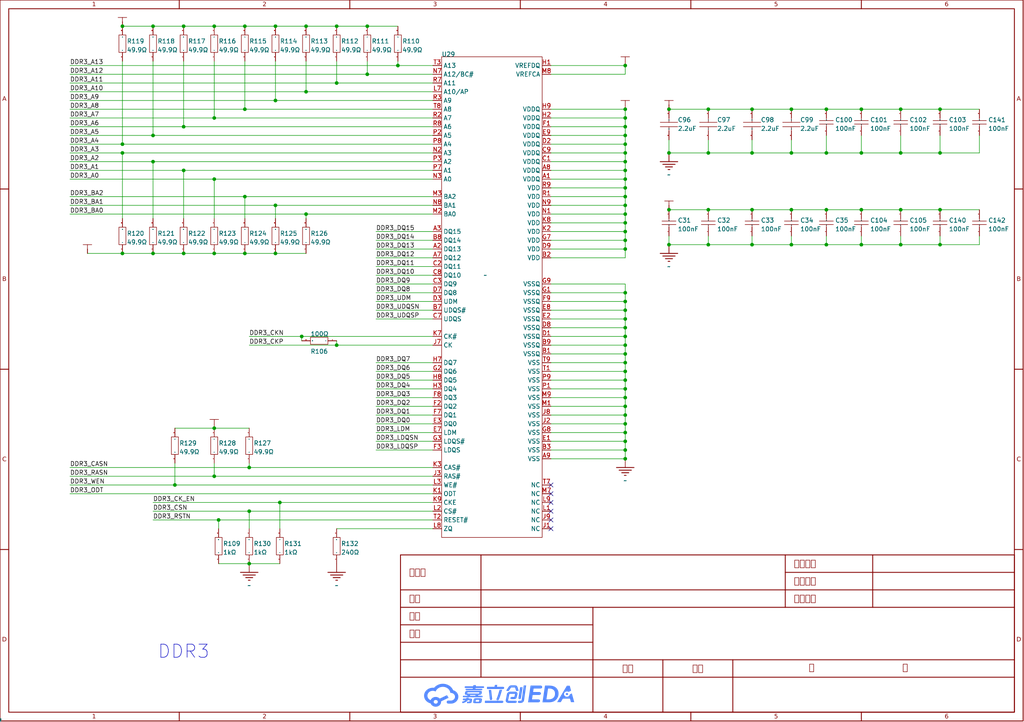
<source format=kicad_sch>
(kicad_sch (version 20250114) (generator "eeschema") (generator_version "9.0")
  (paper "User" 297.434 209.804)
  (lib_symbols
    (symbol "Library:0402WGF1000TCE"
      (property "Reference" "R" (at 0 0 0))
      (symbol "0402WGF1000TCE_1_0"
        (pin input line (at -5.08 0 0) (length 2.54) (name "1") (number "1"))
        (pin input line (at 5.08 0 180) (length 2.54) (name "2") (number "2"))
      )
    )
    (symbol "Library:0402WGF1001TCE"
      (property "Reference" "R" (at 0 0 0))
      (symbol "0402WGF1001TCE_1_0"
        (pin input line (at -5.08 0 0) (length 2.54) (name "1") (number "1"))
        (pin input line (at 5.08 0 180) (length 2.54) (name "2") (number "2"))
      )
    )
    (symbol "Library:0402WGF2400TCE"
      (property "Reference" "R" (at 0 0 0))
      (symbol "0402WGF2400TCE_1_0"
        (pin input line (at -5.08 0 0) (length 2.54) (name "1") (number "1"))
        (pin input line (at 5.08 0 180) (length 2.54) (name "2") (number "2"))
      )
    )
    (symbol "Library:0402WGF499JTCE"
      (property "Reference" "R" (at 0 0 0))
      (symbol "0402WGF499JTCE_1_0"
        (pin input line (at -5.08 0 0) (length 2.54) (name "1") (number "1"))
        (pin input line (at 5.08 0 180) (length 2.54) (name "2") (number "2"))
      )
    )
    (symbol "Library:CL05A225MQ5NSNC"
      (property "Reference" "C" (at 0 0 0))
      (symbol "CL05A225MQ5NSNC_1_0"
        (pin input line (at -5.08 0 0) (length 2.54) (name "1") (number "1"))
        (pin input line (at 3.81 0 180) (length 2.54) (name "2") (number "2"))
      )
    )
    (symbol "Library:CL05B104KO5NNNC"
      (property "Reference" "C" (at 0 0 0))
      (symbol "CL05B104KO5NNNC_1_0"
        (pin input line (at -3.81 0 0) (length 2.54) (name "1") (number "1"))
        (pin input line (at 3.81 0 180) (length 2.54) (name "2") (number "2"))
      )
    )
    (symbol "Library:Ground-GND" (power) (pin_numbers (hide yes)) (pin_names (hide yes))
      (symbol "Ground-GND_1_0"
        (pin power_in line (at 0 0 270) (length 2.54) (name "") (number "1"))
      )
    )
    (symbol "Library:MT41J128M16JT-125-K"
      (symbol "MT41J128M16JT-125-K_1_0"
        (pin unspecified line (at -15.24 60.96 0) (length 2.54) (name "A13") (number "T3"))
        (pin unspecified line (at -15.24 58.42 0) (length 2.54) (name "A12/BC#") (number "N7"))
        (pin unspecified line (at -15.24 55.88 0) (length 2.54) (name "A11") (number "R7"))
        (pin unspecified line (at -15.24 53.34 0) (length 2.54) (name "A10/AP") (number "L7"))
        (pin unspecified line (at -15.24 50.8 0) (length 2.54) (name "A9") (number "R3"))
        (pin unspecified line (at -15.24 48.26 0) (length 2.54) (name "A8") (number "T8"))
        (pin unspecified line (at -15.24 45.72 0) (length 2.54) (name "A7") (number "R2"))
        (pin unspecified line (at -15.24 43.18 0) (length 2.54) (name "A6") (number "R8"))
        (pin unspecified line (at -15.24 40.64 0) (length 2.54) (name "A5") (number "P2"))
        (pin unspecified line (at -15.24 38.1 0) (length 2.54) (name "A4") (number "P8"))
        (pin unspecified line (at -15.24 35.56 0) (length 2.54) (name "A3") (number "N2"))
        (pin unspecified line (at -15.24 33.02 0) (length 2.54) (name "A2") (number "P3"))
        (pin unspecified line (at -15.24 30.48 0) (length 2.54) (name "A1") (number "P7"))
        (pin unspecified line (at -15.24 27.94 0) (length 2.54) (name "A0") (number "N3"))
        (pin unspecified line (at -15.24 22.86 0) (length 2.54) (name "BA2") (number "M3"))
        (pin unspecified line (at -15.24 20.32 0) (length 2.54) (name "BA1") (number "N8"))
        (pin unspecified line (at -15.24 17.78 0) (length 2.54) (name "BA0") (number "M2"))
        (pin unspecified line (at -15.24 12.7 0) (length 2.54) (name "DQ15") (number "A3"))
        (pin unspecified line (at -15.24 10.16 0) (length 2.54) (name "DQ14") (number "B8"))
        (pin unspecified line (at -15.24 7.62 0) (length 2.54) (name "DQ13") (number "A2"))
        (pin unspecified line (at -15.24 5.08 0) (length 2.54) (name "DQ12") (number "A7"))
        (pin unspecified line (at -15.24 2.54 0) (length 2.54) (name "DQ11") (number "C2"))
        (pin unspecified line (at -15.24 0 0) (length 2.54) (name "DQ10") (number "C8"))
        (pin unspecified line (at -15.24 -2.54 0) (length 2.54) (name "DQ9") (number "C3"))
        (pin unspecified line (at -15.24 -5.08 0) (length 2.54) (name "DQ8") (number "D7"))
        (pin unspecified line (at -15.24 -7.62 0) (length 2.54) (name "UDM") (number "D3"))
        (pin unspecified line (at -15.24 -10.16 0) (length 2.54) (name "UDQS#") (number "B7"))
        (pin unspecified line (at -15.24 -12.7 0) (length 2.54) (name "UDQS") (number "C7"))
        (pin unspecified line (at -15.24 -17.78 0) (length 2.54) (name "CK#") (number "K7"))
        (pin unspecified line (at -15.24 -20.32 0) (length 2.54) (name "CK") (number "J7"))
        (pin unspecified line (at -15.24 -25.4 0) (length 2.54) (name "DQ7") (number "H7"))
        (pin unspecified line (at -15.24 -27.94 0) (length 2.54) (name "DQ6") (number "G2"))
        (pin unspecified line (at -15.24 -30.48 0) (length 2.54) (name "DQ5") (number "H8"))
        (pin unspecified line (at -15.24 -33.02 0) (length 2.54) (name "DQ4") (number "H3"))
        (pin unspecified line (at -15.24 -35.56 0) (length 2.54) (name "DQ3") (number "F8"))
        (pin unspecified line (at -15.24 -38.1 0) (length 2.54) (name "DQ2") (number "F2"))
        (pin unspecified line (at -15.24 -40.64 0) (length 2.54) (name "DQ1") (number "F7"))
        (pin unspecified line (at -15.24 -43.18 0) (length 2.54) (name "DQ0") (number "E3"))
        (pin unspecified line (at -15.24 -45.72 0) (length 2.54) (name "LDM") (number "E7"))
        (pin unspecified line (at -15.24 -48.26 0) (length 2.54) (name "LDQS#") (number "G3"))
        (pin unspecified line (at -15.24 -50.8 0) (length 2.54) (name "LDQS") (number "F3"))
        (pin unspecified line (at -15.24 -55.88 0) (length 2.54) (name "CAS#") (number "K3"))
        (pin unspecified line (at -15.24 -58.42 0) (length 2.54) (name "RAS#") (number "J3"))
        (pin unspecified line (at -15.24 -60.96 0) (length 2.54) (name "WE#") (number "L3"))
        (pin unspecified line (at -15.24 -63.5 0) (length 2.54) (name "ODT") (number "K1"))
        (pin unspecified line (at -15.24 -66.04 0) (length 2.54) (name "CKE") (number "K9"))
        (pin unspecified line (at -15.24 -68.58 0) (length 2.54) (name "CS#") (number "L2"))
        (pin unspecified line (at -15.24 -71.12 0) (length 2.54) (name "RESET#") (number "T2"))
        (pin unspecified line (at -15.24 -73.66 0) (length 2.54) (name "ZQ") (number "L8"))
        (pin unspecified line (at 19.05 60.96 180) (length 2.54) (name "VREFDQ") (number "H1"))
        (pin unspecified line (at 19.05 58.42 180) (length 2.54) (name "VREFCA") (number "M8"))
        (pin unspecified line (at 19.05 48.26 180) (length 2.54) (name "VDDQ") (number "H9"))
        (pin unspecified line (at 19.05 45.72 180) (length 2.54) (name "VDDQ") (number "H2"))
        (pin unspecified line (at 19.05 43.18 180) (length 2.54) (name "VDDQ") (number "F1"))
        (pin unspecified line (at 19.05 40.64 180) (length 2.54) (name "VDDQ") (number "E9"))
        (pin unspecified line (at 19.05 38.1 180) (length 2.54) (name "VDDQ") (number "D2"))
        (pin unspecified line (at 19.05 35.56 180) (length 2.54) (name "VDDQ") (number "C9"))
        (pin unspecified line (at 19.05 33.02 180) (length 2.54) (name "VDDQ") (number "C1"))
        (pin unspecified line (at 19.05 30.48 180) (length 2.54) (name "VDDQ") (number "A8"))
        (pin unspecified line (at 19.05 27.94 180) (length 2.54) (name "VDDQ") (number "A1"))
        (pin unspecified line (at 19.05 25.4 180) (length 2.54) (name "VDD") (number "R9"))
        (pin unspecified line (at 19.05 22.86 180) (length 2.54) (name "VDD") (number "R1"))
        (pin unspecified line (at 19.05 20.32 180) (length 2.54) (name "VDD") (number "N9"))
        (pin unspecified line (at 19.05 17.78 180) (length 2.54) (name "VDD") (number "N1"))
        (pin unspecified line (at 19.05 15.24 180) (length 2.54) (name "VDD") (number "K8"))
        (pin unspecified line (at 19.05 12.7 180) (length 2.54) (name "VDD") (number "K2"))
        (pin unspecified line (at 19.05 10.16 180) (length 2.54) (name "VDD") (number "G7"))
        (pin unspecified line (at 19.05 7.62 180) (length 2.54) (name "VDD") (number "D9"))
        (pin unspecified line (at 19.05 5.08 180) (length 2.54) (name "VDD") (number "B2"))
        (pin unspecified line (at 19.05 -2.54 180) (length 2.54) (name "VSSQ") (number "G9"))
        (pin unspecified line (at 19.05 -5.08 180) (length 2.54) (name "VSSQ") (number "G1"))
        (pin unspecified line (at 19.05 -7.62 180) (length 2.54) (name "VSSQ") (number "F9"))
        (pin unspecified line (at 19.05 -10.16 180) (length 2.54) (name "VSSQ") (number "E8"))
        (pin unspecified line (at 19.05 -12.7 180) (length 2.54) (name "VSSQ") (number "E2"))
        (pin unspecified line (at 19.05 -15.24 180) (length 2.54) (name "VSSQ") (number "D8"))
        (pin unspecified line (at 19.05 -17.78 180) (length 2.54) (name "VSSQ") (number "D1"))
        (pin unspecified line (at 19.05 -20.32 180) (length 2.54) (name "VSSQ") (number "B9"))
        (pin unspecified line (at 19.05 -22.86 180) (length 2.54) (name "VSSQ") (number "B1"))
        (pin unspecified line (at 19.05 -25.4 180) (length 2.54) (name "VSS") (number "T9"))
        (pin unspecified line (at 19.05 -27.94 180) (length 2.54) (name "VSS") (number "T1"))
        (pin unspecified line (at 19.05 -30.48 180) (length 2.54) (name "VSS") (number "P9"))
        (pin unspecified line (at 19.05 -33.02 180) (length 2.54) (name "VSS") (number "P1"))
        (pin unspecified line (at 19.05 -35.56 180) (length 2.54) (name "VSS") (number "M9"))
        (pin unspecified line (at 19.05 -38.1 180) (length 2.54) (name "VSS") (number "M1"))
        (pin unspecified line (at 19.05 -40.64 180) (length 2.54) (name "VSS") (number "J8"))
        (pin unspecified line (at 19.05 -43.18 180) (length 2.54) (name "VSS") (number "J2"))
        (pin unspecified line (at 19.05 -45.72 180) (length 2.54) (name "VSS") (number "G8"))
        (pin unspecified line (at 19.05 -48.26 180) (length 2.54) (name "VSS") (number "E1"))
        (pin unspecified line (at 19.05 -50.8 180) (length 2.54) (name "VSS") (number "B3"))
        (pin unspecified line (at 19.05 -53.34 180) (length 2.54) (name "VSS") (number "A9"))
        (pin unspecified line (at 19.05 -60.96 180) (length 2.54) (name "NC") (number "T7"))
        (pin unspecified line (at 19.05 -63.5 180) (length 2.54) (name "NC") (number "M7"))
        (pin unspecified line (at 19.05 -66.04 180) (length 2.54) (name "NC") (number "L9"))
        (pin unspecified line (at 19.05 -68.58 180) (length 2.54) (name "NC") (number "L1"))
        (pin unspecified line (at 19.05 -71.12 180) (length 2.54) (name "NC") (number "J9"))
        (pin unspecified line (at 19.05 -73.66 180) (length 2.54) (name "NC") (number "J1"))
      )
    )
    (symbol "Library:Power-VCC" (power) (pin_numbers (hide yes)) (pin_names (hide yes))
      (symbol "Power-VCC_1_0"
        (pin power_in line (at 0 0 90) (length 1.27) (name "+5V_IN") (number "1"))
      )
    )
    (symbol "Library:Sheet-Symbol_A4"
      (symbol "Sheet-Symbol_A4_1_0"
        (text "A" (at 1.27 180.7972 0) (effects (font (size 1.27 1.27))))
        (text "B" (at 1.27 128.4224 0) (effects (font (size 1.27 1.27))))
        (text "C" (at 1.27 76.0222 0) (effects (font (size 1.27 1.27))))
        (text "D" (at 1.27 23.6474 0) (effects (font (size 1.27 1.27))))
        (text "1" (at 27.305 208.28 0) (effects (font (size 1.27 1.27))))
        (text "1" (at 27.305 1.27 0) (effects (font (size 1.27 1.27))))
        (text "2" (at 76.835 208.28 0) (effects (font (size 1.27 1.27))))
        (text "2" (at 76.835 1.27 0) (effects (font (size 1.27 1.27))))
        (text "原理图" (at 118.872 43.18 0) (effects (font (size 1.905 1.905)) (justify left)))
        (text "图页" (at 118.872 35.56 0) (effects (font (size 1.905 1.905)) (justify left)))
        (text "绘制" (at 118.872 30.48 0) (effects (font (size 1.905 1.905)) (justify left)))
        (text "审阅" (at 118.872 25.4 0) (effects (font (size 1.905 1.905)) (justify left)))
        (text "3" (at 126.365 208.28 0) (effects (font (size 1.27 1.27))))
        (text "3" (at 126.365 1.27 0) (effects (font (size 1.27 1.27))))
        (text "4" (at 175.895 208.28 0) (effects (font (size 1.27 1.27))))
        (text "4" (at 175.895 1.27 0) (effects (font (size 1.27 1.27))))
        (text "版本" (at 182.372 15.24 0) (effects (font (size 1.905 1.905))))
        (text "尺寸" (at 202.692 15.24 0) (effects (font (size 1.905 1.905))))
        (text "5" (at 225.425 208.28 0) (effects (font (size 1.27 1.27))))
        (text "5" (at 225.425 1.27 0) (effects (font (size 1.27 1.27))))
        (text "更新日期" (at 230.632 45.72 0) (effects (font (size 1.905 1.905)) (justify left)))
        (text "创建日期" (at 230.632 40.64 0) (effects (font (size 1.905 1.905)) (justify left)))
        (text "物料编码" (at 230.632 35.56 0) (effects (font (size 1.905 1.905)) (justify left)))
        (text "页" (at 234.95 15.494 0) (effects (font (size 1.905 1.905)) (justify left)))
        (text "共" (at 262.128 15.494 0) (effects (font (size 1.905 1.905)) (justify left)))
        (text "6" (at 274.955 208.28 0) (effects (font (size 1.27 1.27))))
        (text "6" (at 274.955 1.27 0) (effects (font (size 1.27 1.27))))
        (text "A" (at 295.91 180.7972 0) (effects (font (size 1.27 1.27))))
        (text "B" (at 295.91 128.4224 0) (effects (font (size 1.27 1.27))))
        (text "C" (at 295.91 76.0222 0) (effects (font (size 1.27 1.27))))
        (text "D" (at 295.91 23.6474 0) (effects (font (size 1.27 1.27))))
      )
    )
  )
  (text "DDR3" (at 45.72 191.77 0) (effects (font (size 3.81 3.81)) (justify left bottom)))
  (junction (at 62.23 73.66))
  (junction (at 72.39 135.89))
  (junction (at 181.61 113.03))
  (junction (at 71.12 31.75))
  (junction (at 181.61 31.75))
  (junction (at 181.61 130.81))
  (junction (at 261.62 60.96))
  (junction (at 181.61 85.09))
  (junction (at 181.61 120.65))
  (junction (at 35.56 7.62))
  (junction (at 229.87 60.96))
  (junction (at 181.61 67.31))
  (junction (at 218.44 31.75))
  (junction (at 53.34 7.62))
  (junction (at 261.62 31.75))
  (junction (at 194.31 60.96))
  (junction (at 181.61 100.33))
  (junction (at 181.61 59.69))
  (junction (at 261.62 44.45))
  (junction (at 80.01 7.62))
  (junction (at 115.57 19.05))
  (junction (at 240.03 44.45))
  (junction (at 181.61 44.45))
  (junction (at 181.61 128.27))
  (junction (at 205.74 71.12))
  (junction (at 229.87 31.75))
  (junction (at 181.61 90.17))
  (junction (at 97.79 100.33))
  (junction (at 273.05 71.12))
  (junction (at 106.68 21.59))
  (junction (at 181.61 72.39))
  (junction (at 218.44 60.96))
  (junction (at 71.12 57.15))
  (junction (at 273.05 44.45))
  (junction (at 88.9 7.62))
  (junction (at 250.19 44.45))
  (junction (at 62.23 34.29))
  (junction (at 194.31 44.45))
  (junction (at 181.61 54.61))
  (junction (at 218.44 71.12))
  (junction (at 80.01 29.21))
  (junction (at 181.61 87.63))
  (junction (at 50.8 140.97))
  (junction (at 72.39 163.83))
  (junction (at 97.79 24.13))
  (junction (at 181.61 110.49))
  (junction (at 63.5 151.13))
  (junction (at 181.61 105.41))
  (junction (at 44.45 46.99))
  (junction (at 87.63 97.79))
  (junction (at 44.45 73.66))
  (junction (at 44.45 39.37))
  (junction (at 97.79 7.62))
  (junction (at 181.61 133.35))
  (junction (at 88.9 26.67))
  (junction (at 250.19 60.96))
  (junction (at 181.61 97.79))
  (junction (at 273.05 31.75))
  (junction (at 181.61 115.57))
  (junction (at 181.61 69.85))
  (junction (at 62.23 138.43))
  (junction (at 181.61 41.91))
  (junction (at 181.61 107.95))
  (junction (at 35.56 73.66))
  (junction (at 240.03 60.96))
  (junction (at 240.03 71.12))
  (junction (at 181.61 125.73))
  (junction (at 35.56 41.91))
  (junction (at 181.61 57.15))
  (junction (at 181.61 62.23))
  (junction (at 62.23 52.07))
  (junction (at 62.23 124.46))
  (junction (at 53.34 73.66))
  (junction (at 181.61 95.25))
  (junction (at 181.61 64.77))
  (junction (at 205.74 44.45))
  (junction (at 250.19 31.75))
  (junction (at 181.61 34.29))
  (junction (at 261.62 71.12))
  (junction (at 250.19 71.12))
  (junction (at 44.45 7.62))
  (junction (at 194.31 71.12))
  (junction (at 181.61 36.83))
  (junction (at 181.61 49.53))
  (junction (at 240.03 31.75))
  (junction (at 71.12 7.62))
  (junction (at 62.23 7.62))
  (junction (at 80.01 73.66))
  (junction (at 194.31 31.75))
  (junction (at 181.61 118.11))
  (junction (at 71.12 73.66))
  (junction (at 181.61 19.05))
  (junction (at 35.56 44.45))
  (junction (at 229.87 44.45))
  (junction (at 181.61 39.37))
  (junction (at 181.61 92.71))
  (junction (at 273.05 60.96))
  (junction (at 181.61 46.99))
  (junction (at 205.74 60.96))
  (junction (at 181.61 102.87))
  (junction (at 53.34 49.53))
  (junction (at 81.28 146.05))
  (junction (at 53.34 36.83))
  (junction (at 80.01 59.69))
  (junction (at 229.87 71.12))
  (junction (at 181.61 52.07))
  (junction (at 88.9 62.23))
  (junction (at 72.39 148.59))
  (junction (at 205.74 31.75))
  (junction (at 181.61 123.19))
  (junction (at 106.68 7.62))
  (junction (at 218.44 44.45))
  (no_connect (at 160.02 143.51))
  (no_connect (at 160.02 146.05))
  (no_connect (at 160.02 140.97))
  (no_connect (at 160.02 153.67))
  (no_connect (at 160.02 148.59))
  (no_connect (at 160.02 151.13))
  (wire (pts (xy 181.61 82.55) (xy 181.61 85.09)))
  (wire (pts (xy 20.32 59.69) (xy 80.01 59.69)))
  (wire (pts (xy 284.48 68.58) (xy 284.48 71.12)))
  (wire (pts (xy 62.23 7.62) (xy 53.34 7.62)))
  (wire (pts (xy 181.61 74.93) (xy 181.61 72.39)))
  (wire (pts (xy 181.61 67.31) (xy 181.61 69.85)))
  (wire (pts (xy 88.9 7.62) (xy 80.01 7.62)))
  (wire (pts (xy 160.02 87.63) (xy 181.61 87.63)))
  (wire (pts (xy 109.22 118.11) (xy 125.73 118.11)))
  (wire (pts (xy 160.02 59.69) (xy 181.61 59.69)))
  (wire (pts (xy 20.32 135.89) (xy 72.39 135.89)))
  (wire (pts (xy 125.73 140.97) (xy 50.8 140.97)))
  (wire (pts (xy 160.02 95.25) (xy 181.61 95.25)))
  (wire (pts (xy 109.22 105.41) (xy 125.73 105.41)))
  (wire (pts (xy 109.22 107.95) (xy 125.73 107.95)))
  (wire (pts (xy 109.22 90.17) (xy 125.73 90.17)))
  (wire (pts (xy 125.73 49.53) (xy 53.34 49.53)))
  (wire (pts (xy 229.87 68.58) (xy 229.87 71.12)))
  (wire (pts (xy 160.02 113.03) (xy 181.61 113.03)))
  (wire (pts (xy 35.56 73.66) (xy 44.45 73.66)))
  (wire (pts (xy 160.02 128.27) (xy 181.61 128.27)))
  (wire (pts (xy 109.22 77.47) (xy 125.73 77.47)))
  (wire (pts (xy 160.02 125.73) (xy 181.61 125.73)))
  (wire (pts (xy 81.28 146.05) (xy 81.28 153.67)))
  (wire (pts (xy 44.45 148.59) (xy 72.39 148.59)))
  (wire (pts (xy 20.32 26.67) (xy 88.9 26.67)))
  (wire (pts (xy 20.32 44.45) (xy 35.56 44.45)))
  (wire (pts (xy 20.32 52.07) (xy 62.23 52.07)))
  (wire (pts (xy 194.31 71.12) (xy 194.31 68.58)))
  (wire (pts (xy 160.02 102.87) (xy 181.61 102.87)))
  (wire (pts (xy 115.57 7.62) (xy 106.68 7.62)))
  (wire (pts (xy 88.9 63.5) (xy 88.9 62.23)))
  (wire (pts (xy 109.22 130.81) (xy 125.73 130.81)))
  (wire (pts (xy 44.45 17.78) (xy 44.45 39.37)))
  (wire (pts (xy 181.61 57.15) (xy 181.61 59.69)))
  (wire (pts (xy 62.23 63.5) (xy 62.23 52.07)))
  (wire (pts (xy 250.19 39.37) (xy 250.19 44.45)))
  (wire (pts (xy 240.03 71.12) (xy 229.87 71.12)))
  (wire (pts (xy 205.74 31.75) (xy 194.31 31.75)))
  (wire (pts (xy 53.34 17.78) (xy 53.34 36.83)))
  (wire (pts (xy 218.44 44.45) (xy 229.87 44.45)))
  (wire (pts (xy 50.8 134.62) (xy 50.8 140.97)))
  (wire (pts (xy 160.02 41.91) (xy 181.61 41.91)))
  (wire (pts (xy 160.02 85.09) (xy 181.61 85.09)))
  (wire (pts (xy 125.73 26.67) (xy 88.9 26.67)))
  (wire (pts (xy 125.73 36.83) (xy 53.34 36.83)))
  (wire (pts (xy 106.68 17.78) (xy 106.68 21.59)))
  (wire (pts (xy 20.32 19.05) (xy 115.57 19.05)))
  (wire (pts (xy 109.22 115.57) (xy 125.73 115.57)))
  (wire (pts (xy 218.44 31.75) (xy 205.74 31.75)))
  (wire (pts (xy 72.39 148.59) (xy 72.39 153.67)))
  (wire (pts (xy 181.61 92.71) (xy 181.61 95.25)))
  (wire (pts (xy 160.02 54.61) (xy 181.61 54.61)))
  (wire (pts (xy 160.02 107.95) (xy 181.61 107.95)))
  (wire (pts (xy 62.23 34.29) (xy 62.23 17.78)))
  (wire (pts (xy 181.61 123.19) (xy 181.61 125.73)))
  (wire (pts (xy 181.61 74.93) (xy 160.02 74.93)))
  (wire (pts (xy 160.02 64.77) (xy 181.61 64.77)))
  (wire (pts (xy 181.61 87.63) (xy 181.61 90.17)))
  (wire (pts (xy 160.02 105.41) (xy 181.61 105.41)))
  (wire (pts (xy 109.22 110.49) (xy 125.73 110.49)))
  (wire (pts (xy 20.32 24.13) (xy 97.79 24.13)))
  (wire (pts (xy 109.22 123.19) (xy 125.73 123.19)))
  (wire (pts (xy 160.02 36.83) (xy 181.61 36.83)))
  (wire (pts (xy 20.32 46.99) (xy 44.45 46.99)))
  (wire (pts (xy 250.19 31.75) (xy 261.62 31.75)))
  (wire (pts (xy 125.73 41.91) (xy 35.56 41.91)))
  (wire (pts (xy 125.73 97.79) (xy 87.63 97.79)))
  (wire (pts (xy 194.31 44.45) (xy 205.74 44.45)))
  (wire (pts (xy 88.9 73.66) (xy 80.01 73.66)))
  (wire (pts (xy 284.48 39.37) (xy 284.48 44.45)))
  (wire (pts (xy 273.05 71.12) (xy 261.62 71.12)))
  (wire (pts (xy 181.61 100.33) (xy 181.61 102.87)))
  (wire (pts (xy 20.32 49.53) (xy 53.34 49.53)))
  (wire (pts (xy 229.87 31.75) (xy 240.03 31.75)))
  (wire (pts (xy 125.73 24.13) (xy 97.79 24.13)))
  (wire (pts (xy 240.03 68.58) (xy 240.03 71.12)))
  (wire (pts (xy 72.39 163.83) (xy 63.5 163.83)))
  (wire (pts (xy 181.61 97.79) (xy 181.61 100.33)))
  (wire (pts (xy 125.73 29.21) (xy 80.01 29.21)))
  (wire (pts (xy 181.61 85.09) (xy 181.61 87.63)))
  (wire (pts (xy 115.57 17.78) (xy 115.57 19.05)))
  (wire (pts (xy 194.31 40.64) (xy 194.31 44.45)))
  (wire (pts (xy 160.02 97.79) (xy 181.61 97.79)))
  (wire (pts (xy 160.02 100.33) (xy 181.61 100.33)))
  (wire (pts (xy 35.56 17.78) (xy 35.56 41.91)))
  (wire (pts (xy 250.19 71.12) (xy 250.19 68.58)))
  (wire (pts (xy 273.05 71.12) (xy 273.05 68.58)))
  (wire (pts (xy 181.61 118.11) (xy 181.61 120.65)))
  (wire (pts (xy 80.01 17.78) (xy 80.01 29.21)))
  (wire (pts (xy 35.56 63.5) (xy 35.56 44.45)))
  (wire (pts (xy 205.74 71.12) (xy 194.31 71.12)))
  (wire (pts (xy 97.79 153.67) (xy 125.73 153.67)))
  (wire (pts (xy 71.12 57.15) (xy 71.12 63.5)))
  (wire (pts (xy 125.73 19.05) (xy 115.57 19.05)))
  (wire (pts (xy 62.23 138.43) (xy 125.73 138.43)))
  (wire (pts (xy 160.02 82.55) (xy 181.61 82.55)))
  (wire (pts (xy 80.01 63.5) (xy 80.01 59.69)))
  (wire (pts (xy 160.02 57.15) (xy 181.61 57.15)))
  (wire (pts (xy 181.61 125.73) (xy 181.61 128.27)))
  (wire (pts (xy 181.61 69.85) (xy 181.61 72.39)))
  (wire (pts (xy 181.61 36.83) (xy 181.61 39.37)))
  (wire (pts (xy 160.02 39.37) (xy 181.61 39.37)))
  (wire (pts (xy 218.44 60.96) (xy 229.87 60.96)))
  (wire (pts (xy 229.87 60.96) (xy 240.03 60.96)))
  (wire (pts (xy 205.74 40.64) (xy 205.74 44.45)))
  (wire (pts (xy 20.32 36.83) (xy 53.34 36.83)))
  (wire (pts (xy 20.32 138.43) (xy 62.23 138.43)))
  (wire (pts (xy 62.23 34.29) (xy 20.32 34.29)))
  (wire (pts (xy 250.19 71.12) (xy 240.03 71.12)))
  (wire (pts (xy 25.4 73.66) (xy 35.56 73.66)))
  (wire (pts (xy 181.61 67.31) (xy 181.61 64.77)))
  (wire (pts (xy 71.12 7.62) (xy 62.23 7.62)))
  (wire (pts (xy 125.73 151.13) (xy 63.5 151.13)))
  (wire (pts (xy 181.61 59.69) (xy 181.61 62.23)))
  (wire (pts (xy 261.62 44.45) (xy 261.62 39.37)))
  (wire (pts (xy 125.73 52.07) (xy 62.23 52.07)))
  (wire (pts (xy 181.61 62.23) (xy 181.61 64.77)))
  (wire (pts (xy 181.61 54.61) (xy 181.61 57.15)))
  (wire (pts (xy 181.61 62.23) (xy 160.02 62.23)))
  (wire (pts (xy 125.73 44.45) (xy 35.56 44.45)))
  (wire (pts (xy 181.61 90.17) (xy 181.61 92.71)))
  (wire (pts (xy 50.8 124.46) (xy 62.23 124.46)))
  (wire (pts (xy 71.12 17.78) (xy 71.12 31.75)))
  (wire (pts (xy 53.34 7.62) (xy 44.45 7.62)))
  (wire (pts (xy 125.73 148.59) (xy 72.39 148.59)))
  (wire (pts (xy 160.02 110.49) (xy 181.61 110.49)))
  (wire (pts (xy 273.05 60.96) (xy 261.62 60.96)))
  (wire (pts (xy 125.73 100.33) (xy 97.79 100.33)))
  (wire (pts (xy 181.61 44.45) (xy 181.61 46.99)))
  (wire (pts (xy 273.05 31.75) (xy 284.48 31.75)))
  (wire (pts (xy 109.22 80.01) (xy 125.73 80.01)))
  (wire (pts (xy 109.22 69.85) (xy 125.73 69.85)))
  (wire (pts (xy 53.34 73.66) (xy 62.23 73.66)))
  (wire (pts (xy 125.73 57.15) (xy 71.12 57.15)))
  (wire (pts (xy 125.73 31.75) (xy 71.12 31.75)))
  (wire (pts (xy 63.5 151.13) (xy 63.5 153.67)))
  (wire (pts (xy 181.61 41.91) (xy 181.61 44.45)))
  (wire (pts (xy 20.32 41.91) (xy 35.56 41.91)))
  (wire (pts (xy 160.02 133.35) (xy 181.61 133.35)))
  (wire (pts (xy 160.02 52.07) (xy 181.61 52.07)))
  (wire (pts (xy 273.05 60.96) (xy 284.48 60.96)))
  (wire (pts (xy 181.61 19.05) (xy 181.61 21.59)))
  (wire (pts (xy 160.02 118.11) (xy 181.61 118.11)))
  (wire (pts (xy 20.32 62.23) (xy 88.9 62.23)))
  (wire (pts (xy 44.45 151.13) (xy 63.5 151.13)))
  (wire (pts (xy 71.12 73.66) (xy 80.01 73.66)))
  (wire (pts (xy 125.73 135.89) (xy 72.39 135.89)))
  (wire (pts (xy 181.61 52.07) (xy 181.61 54.61)))
  (wire (pts (xy 20.32 143.51) (xy 125.73 143.51)))
  (wire (pts (xy 273.05 31.75) (xy 261.62 31.75)))
  (wire (pts (xy 160.02 115.57) (xy 181.61 115.57)))
  (wire (pts (xy 97.79 99.06) (xy 97.79 100.33)))
  (wire (pts (xy 62.23 73.66) (xy 71.12 73.66)))
  (wire (pts (xy 181.61 67.31) (xy 160.02 67.31)))
  (wire (pts (xy 160.02 130.81) (xy 181.61 130.81)))
  (wire (pts (xy 125.73 39.37) (xy 44.45 39.37)))
  (wire (pts (xy 240.03 60.96) (xy 250.19 60.96)))
  (wire (pts (xy 20.32 31.75) (xy 71.12 31.75)))
  (wire (pts (xy 250.19 44.45) (xy 261.62 44.45)))
  (wire (pts (xy 181.61 21.59) (xy 160.02 21.59)))
  (wire (pts (xy 261.62 68.58) (xy 261.62 71.12)))
  (wire (pts (xy 125.73 34.29) (xy 62.23 34.29)))
  (wire (pts (xy 87.63 99.06) (xy 87.63 97.79)))
  (wire (pts (xy 72.39 134.62) (xy 72.39 135.89)))
  (wire (pts (xy 44.45 73.66) (xy 53.34 73.66)))
  (wire (pts (xy 205.74 60.96) (xy 218.44 60.96)))
  (wire (pts (xy 109.22 113.03) (xy 125.73 113.03)))
  (wire (pts (xy 284.48 44.45) (xy 273.05 44.45)))
  (wire (pts (xy 181.61 115.57) (xy 181.61 118.11)))
  (wire (pts (xy 205.74 44.45) (xy 218.44 44.45)))
  (wire (pts (xy 160.02 123.19) (xy 181.61 123.19)))
  (wire (pts (xy 72.39 100.33) (xy 97.79 100.33)))
  (wire (pts (xy 109.22 74.93) (xy 125.73 74.93)))
  (wire (pts (xy 181.61 107.95) (xy 181.61 110.49)))
  (wire (pts (xy 44.45 63.5) (xy 44.45 46.99)))
  (wire (pts (xy 181.61 110.49) (xy 181.61 113.03)))
  (wire (pts (xy 240.03 31.75) (xy 250.19 31.75)))
  (wire (pts (xy 240.03 44.45) (xy 250.19 44.45)))
  (wire (pts (xy 20.32 29.21) (xy 80.01 29.21)))
  (wire (pts (xy 261.62 71.12) (xy 250.19 71.12)))
  (wire (pts (xy 71.12 57.15) (xy 20.32 57.15)))
  (wire (pts (xy 181.61 92.71) (xy 160.02 92.71)))
  (wire (pts (xy 284.48 71.12) (xy 273.05 71.12)))
  (wire (pts (xy 109.22 82.55) (xy 125.73 82.55)))
  (wire (pts (xy 229.87 44.45) (xy 240.03 44.45)))
  (wire (pts (xy 218.44 31.75) (xy 229.87 31.75)))
  (wire (pts (xy 160.02 49.53) (xy 181.61 49.53)))
  (wire (pts (xy 160.02 69.85) (xy 181.61 69.85)))
  (wire (pts (xy 181.61 46.99) (xy 160.02 46.99)))
  (wire (pts (xy 205.74 68.58) (xy 205.74 71.12)))
  (wire (pts (xy 194.31 60.96) (xy 205.74 60.96)))
  (wire (pts (xy 72.39 163.83) (xy 81.28 163.83)))
  (wire (pts (xy 125.73 46.99) (xy 44.45 46.99)))
  (wire (pts (xy 109.22 128.27) (xy 125.73 128.27)))
  (wire (pts (xy 181.61 95.25) (xy 181.61 97.79)))
  (wire (pts (xy 181.61 102.87) (xy 181.61 105.41)))
  (wire (pts (xy 181.61 128.27) (xy 181.61 130.81)))
  (wire (pts (xy 240.03 39.37) (xy 240.03 44.45)))
  (wire (pts (xy 181.61 133.35) (xy 181.61 130.81)))
  (wire (pts (xy 181.61 31.75) (xy 160.02 31.75)))
  (wire (pts (xy 109.22 92.71) (xy 125.73 92.71)))
  (wire (pts (xy 229.87 71.12) (xy 218.44 71.12)))
  (wire (pts (xy 125.73 21.59) (xy 106.68 21.59)))
  (wire (pts (xy 125.73 146.05) (xy 81.28 146.05)))
  (wire (pts (xy 20.32 39.37) (xy 44.45 39.37)))
  (wire (pts (xy 72.39 97.79) (xy 87.63 97.79)))
  (wire (pts (xy 44.45 146.05) (xy 81.28 146.05)))
  (wire (pts (xy 160.02 34.29) (xy 181.61 34.29)))
  (wire (pts (xy 181.61 39.37) (xy 181.61 41.91)))
  (wire (pts (xy 109.22 125.73) (xy 125.73 125.73)))
  (wire (pts (xy 273.05 39.37) (xy 273.05 44.45)))
  (wire (pts (xy 62.23 124.46) (xy 72.39 124.46)))
  (wire (pts (xy 88.9 17.78) (xy 88.9 26.67)))
  (wire (pts (xy 181.61 105.41) (xy 181.61 107.95)))
  (wire (pts (xy 218.44 71.12) (xy 205.74 71.12)))
  (wire (pts (xy 109.22 120.65) (xy 125.73 120.65)))
  (wire (pts (xy 181.61 113.03) (xy 181.61 115.57)))
  (wire (pts (xy 109.22 85.09) (xy 125.73 85.09)))
  (wire (pts (xy 109.22 72.39) (xy 125.73 72.39)))
  (wire (pts (xy 181.61 49.53) (xy 181.61 52.07)))
  (wire (pts (xy 106.68 7.62) (xy 97.79 7.62)))
  (wire (pts (xy 62.23 138.43) (xy 62.23 134.62)))
  (wire (pts (xy 160.02 72.39) (xy 181.61 72.39)))
  (wire (pts (xy 250.19 60.96) (xy 261.62 60.96)))
  (wire (pts (xy 229.87 40.64) (xy 229.87 44.45)))
  (wire (pts (xy 160.02 120.65) (xy 181.61 120.65)))
  (wire (pts (xy 181.61 46.99) (xy 181.61 49.53)))
  (wire (pts (xy 97.79 7.62) (xy 88.9 7.62)))
  (wire (pts (xy 181.61 19.05) (xy 160.02 19.05)))
  (wire (pts (xy 80.01 7.62) (xy 71.12 7.62)))
  (wire (pts (xy 125.73 59.69) (xy 80.01 59.69)))
  (wire (pts (xy 181.61 120.65) (xy 181.61 123.19)))
  (wire (pts (xy 53.34 63.5) (xy 53.34 49.53)))
  (wire (pts (xy 181.61 90.17) (xy 160.02 90.17)))
  (wire (pts (xy 20.32 21.59) (xy 106.68 21.59)))
  (wire (pts (xy 35.56 7.62) (xy 44.45 7.62)))
  (wire (pts (xy 125.73 62.23) (xy 88.9 62.23)))
  (wire (pts (xy 109.22 67.31) (xy 125.73 67.31)))
  (wire (pts (xy 181.61 34.29) (xy 181.61 36.83)))
  (wire (pts (xy 261.62 44.45) (xy 273.05 44.45)))
  (wire (pts (xy 218.44 68.58) (xy 218.44 71.12)))
  (wire (pts (xy 97.79 17.78) (xy 97.79 24.13)))
  (wire (pts (xy 181.61 31.75) (xy 181.61 34.29)))
  (wire (pts (xy 160.02 44.45) (xy 181.61 44.45)))
  (wire (pts (xy 20.32 140.97) (xy 50.8 140.97)))
  (wire (pts (xy 109.22 87.63) (xy 125.73 87.63)))
  (wire (pts (xy 218.44 40.64) (xy 218.44 44.45)))
  (label "DDR3_RSTN" (at 44.45 151.13 0))
  (label "DDR3_A10" (at 20.32 26.67 0))
  (label "DDR3_DQ10" (at 109.22 80.01 0))
  (label "DDR3_A1" (at 20.32 49.53 0))
  (label "DDR3_LDQSP" (at 109.22 130.81 0))
  (label "DDR3_UDM" (at 109.22 87.63 0))
  (label "DDR3_LDM" (at 109.22 125.73 0))
  (label "DDR3_BA2" (at 20.32 57.15 0))
  (label "DDR3_A5" (at 20.32 39.37 0))
  (label "DDR3_DQ8" (at 109.22 85.09 0))
  (label "DDR3_A12" (at 20.32 21.59 0))
  (label "DDR3_DQ14" (at 109.22 69.85 0))
  (label "DDR3_UDQSN" (at 109.22 90.17 0))
  (label "DDR3_DQ4" (at 109.22 113.03 0))
  (label "DDR3_A13" (at 20.32 19.05 0))
  (label "DDR3_CASN" (at 20.32 135.89 0))
  (label "DDR3_A0" (at 20.32 52.07 0))
  (label "DDR3_ODT" (at 20.32 143.51 0))
  (label "DDR3_RASN" (at 20.32 138.43 0))
  (label "DDR3_DQ0" (at 109.22 123.19 0))
  (label "DDR3_DQ7" (at 109.22 105.41 0))
  (label "DDR3_A7" (at 20.32 34.29 0))
  (label "DDR3_DQ12" (at 109.22 74.93 0))
  (label "DDR3_DQ15" (at 109.22 67.31 0))
  (label "DDR3_A9" (at 20.32 29.21 0))
  (label "DDR3_CSN" (at 44.45 148.59 0))
  (label "DDR3_A11" (at 20.32 24.13 0))
  (label "DDR3_WEN" (at 20.32 140.97 0))
  (label "DDR3_UDQSP" (at 109.22 92.71 0))
  (label "DDR3_BA1" (at 20.32 59.69 0))
  (label "DDR3_CK_EN" (at 44.45 146.05 0))
  (label "DDR3_CKP" (at 72.39 100.33 0))
  (label "DDR3_DQ1" (at 109.22 120.65 0))
  (label "DDR3_DQ13" (at 109.22 72.39 0))
  (label "DDR3_LDQSN" (at 109.22 128.27 0))
  (label "DDR3_DQ3" (at 109.22 115.57 0))
  (label "DDR3_DQ6" (at 109.22 107.95 0))
  (label "DDR3_DQ2" (at 109.22 118.11 0))
  (label "DDR3_DQ5" (at 109.22 110.49 0))
  (label "DDR3_A8" (at 20.32 31.75 0))
  (label "DDR3_A2" (at 20.32 46.99 0))
  (label "DDR3_A3" (at 20.32 44.45 0))
  (label "DDR3_DQ11" (at 109.22 77.47 0))
  (label "DDR3_A4" (at 20.32 41.91 0))
  (label "DDR3_DQ9" (at 109.22 82.55 0))
  (label "DDR3_A6" (at 20.32 36.83 0))
  (label "DDR3_CKN" (at 72.39 97.79 0))
  (label "DDR3_BA0" (at 20.32 62.23 0))
  (symbol (lib_id "Library:CL05B104KO5NNNC") (at 250.19 64.77 90) (unit 1)
    (property "Reference" "C104" (at 252.73 64.77 90) (effects (justify right top)))
    (property "Value" "100nF" (at 252.73 67.31 90) (effects (justify right top)))
    (property "Footprint" "ProPrj_立创·-easyedapro:C0402" (effects (hide yes)))
    (property "Datasheet" "https://atta.szlcsc.com/upload/public/pdf/source/20160218/1457707763339.pdf" (effects (hide yes)))
    (property "Description" "容值:100nF;精度:±10%;额定电压:16V;材质(温度系数):X7R;" (effects (hide yes)))
    (property "Manufacturer Part" "CL05B104KO5NNNC" (effects (hide yes)))
    (property "Manufacturer" "SAMSUNG(三星)" (effects (hide yes)))
    (property "Supplier Part" "C1525" (effects (hide yes)))
    (property "Supplier" "LCSC" (effects (hide yes)))
    (property "LCSC Part Name" "100nF ±10% 16V" (effects (hide yes)))
  )
  (symbol (lib_id "Library:MT41J128M16JT-125-K") (at 140.97 80.01 0) (unit 1)
    (property "Reference" "U29" (at 128.27 16.51 0) (effects (justify left bottom)))
    (property "Value" "~" (at 140.97 80.01 0))
    (property "Footprint" "ProPrj_立创·-easyedapro:FBGA-96_L14.0-W9.0-R16-C6-P0.80-TL" (effects (hide yes)))
    (property "Datasheet" "https://atta.szlcsc.com/upload/public/pdf/source/20220810/F0A01CE8EB48673B41D7B913ED7D9A50.pdf" (effects (hide yes)))
    (property "Manufacturer Part" "MT41J128M16JT-125-K" (effects (hide yes)))
    (property "Manufacturer" "micron(镁光)" (effects (hide yes)))
    (property "Supplier Part" "C5128616" (effects (hide yes)))
    (property "Supplier" "LCSC" (effects (hide yes)))
    (property "LCSC Part Name" "MT41J128M16JT-125:K" (effects (hide yes)))
  )
  (symbol (lib_id "Library:Power-VCC") (at 62.23 124.46 0) (unit 1)
    (property "Reference" "#PWR?" (effects (hide yes)))
    (property "Value" "VTT_DRAM" (effects (hide yes)))
    (property "Footprint" "ProPrj_立创·-easyedapro:" (effects (hide yes)))
  )
  (symbol (lib_id "Library:CL05B104KO5NNNC") (at 284.48 64.77 90) (unit 1)
    (property "Reference" "C142" (at 287.02 64.77 90) (effects (justify right top)))
    (property "Value" "100nF" (at 287.02 67.31 90) (effects (justify right top)))
    (property "Footprint" "ProPrj_立创·-easyedapro:C0402" (effects (hide yes)))
    (property "Datasheet" "https://atta.szlcsc.com/upload/public/pdf/source/20160218/1457707763339.pdf" (effects (hide yes)))
    (property "Description" "容值:100nF;精度:±10%;额定电压:16V;材质(温度系数):X7R;" (effects (hide yes)))
    (property "Manufacturer Part" "CL05B104KO5NNNC" (effects (hide yes)))
    (property "Manufacturer" "SAMSUNG(三星)" (effects (hide yes)))
    (property "Supplier Part" "C1525" (effects (hide yes)))
    (property "Supplier" "LCSC" (effects (hide yes)))
    (property "LCSC Part Name" "100nF ±10% 16V" (effects (hide yes)))
  )
  (symbol (lib_id "Library:0402WGF1001TCE") (at 72.39 158.75 90) (unit 1)
    (property "Reference" "R130" (at 73.66 158.75 90) (effects (justify right top)))
    (property "Value" "1kΩ" (at 73.66 161.29 90) (effects (justify right top)))
    (property "Footprint" "ProPrj_立创·-easyedapro:R0402" (effects (hide yes)))
    (property "Datasheet" "https://atta.szlcsc.com/upload/public/pdf/source/20200306/C422600_1E6D84923E4A46A82E41ADD87F860B5C.pdf" (effects (hide yes)))
    (property "Description" "电阻类型:厚膜电阻;阻值:1kΩ;精度:±1%;功率:62.5mW;" (effects (hide yes)))
    (property "Manufacturer Part" "0402WGF1001TCE" (effects (hide yes)))
    (property "Manufacturer" "UNI-ROYAL(厚声)" (effects (hide yes)))
    (property "Supplier Part" "C11702" (effects (hide yes)))
    (property "Supplier" "LCSC" (effects (hide yes)))
    (property "LCSC Part Name" "1kΩ ±1% 62.5mW" (effects (hide yes)))
  )
  (symbol (lib_id "Library:0402WGF499JTCE") (at 44.45 12.7 90) (unit 1)
    (property "Reference" "R118" (at 45.72 12.7 90) (effects (justify right top)))
    (property "Value" "49.9Ω" (at 45.72 15.24 90) (effects (justify right top)))
    (property "Footprint" "ProPrj_立创·-easyedapro:R0402" (effects (hide yes)))
    (property "Datasheet" "https://atta.szlcsc.com/upload/public/pdf/source/20200306/C422600_1E6D84923E4A46A82E41ADD87F860B5C.pdf" (effects (hide yes)))
    (property "Description" "电阻类型:厚膜电阻;阻值:49.9Ω;精度:±1%;功率:62.5mW;温度系数:±100ppm/°C;" (effects (hide yes)))
    (property "Manufacturer Part" "0402WGF499JTCE" (effects (hide yes)))
    (property "Manufacturer" "UNI-ROYAL(厚声)" (effects (hide yes)))
    (property "Supplier Part" "C25120" (effects (hide yes)))
    (property "Supplier" "LCSC" (effects (hide yes)))
    (property "LCSC Part Name" "厚膜电阻 49.9Ω ±1% 62.5mW" (effects (hide yes)))
  )
  (symbol (lib_id "Library:0402WGF499JTCE") (at 106.68 12.7 90) (unit 1)
    (property "Reference" "R111" (at 107.95 12.7 90) (effects (justify right top)))
    (property "Value" "49.9Ω" (at 107.95 15.24 90) (effects (justify right top)))
    (property "Footprint" "ProPrj_立创·-easyedapro:R0402" (effects (hide yes)))
    (property "Datasheet" "https://atta.szlcsc.com/upload/public/pdf/source/20200306/C422600_1E6D84923E4A46A82E41ADD87F860B5C.pdf" (effects (hide yes)))
    (property "Description" "电阻类型:厚膜电阻;阻值:49.9Ω;精度:±1%;功率:62.5mW;温度系数:±100ppm/°C;" (effects (hide yes)))
    (property "Manufacturer Part" "0402WGF499JTCE" (effects (hide yes)))
    (property "Manufacturer" "UNI-ROYAL(厚声)" (effects (hide yes)))
    (property "Supplier Part" "C25120" (effects (hide yes)))
    (property "Supplier" "LCSC" (effects (hide yes)))
    (property "LCSC Part Name" "厚膜电阻 49.9Ω ±1% 62.5mW" (effects (hide yes)))
  )
  (symbol (lib_id "Library:CL05B104KO5NNNC") (at 250.19 35.56 90) (unit 1)
    (property "Reference" "C101" (at 252.73 35.56 90) (effects (justify right top)))
    (property "Value" "100nF" (at 252.73 38.1 90) (effects (justify right top)))
    (property "Footprint" "ProPrj_立创·-easyedapro:C0402" (effects (hide yes)))
    (property "Datasheet" "https://atta.szlcsc.com/upload/public/pdf/source/20160218/1457707763339.pdf" (effects (hide yes)))
    (property "Description" "容值:100nF;精度:±10%;额定电压:16V;材质(温度系数):X7R;" (effects (hide yes)))
    (property "Manufacturer Part" "CL05B104KO5NNNC" (effects (hide yes)))
    (property "Manufacturer" "SAMSUNG(三星)" (effects (hide yes)))
    (property "Supplier Part" "C1525" (effects (hide yes)))
    (property "Supplier" "LCSC" (effects (hide yes)))
    (property "LCSC Part Name" "100nF ±10% 16V" (effects (hide yes)))
  )
  (symbol (lib_id "Library:CL05B104KO5NNNC") (at 194.31 64.77 90) (unit 1)
    (property "Reference" "C31" (at 196.85 64.77 90) (effects (justify right top)))
    (property "Value" "100nF" (at 196.85 67.31 90) (effects (justify right top)))
    (property "Footprint" "ProPrj_立创·-easyedapro:C0402" (effects (hide yes)))
    (property "Datasheet" "https://atta.szlcsc.com/upload/public/pdf/source/20160218/1457707763339.pdf" (effects (hide yes)))
    (property "Description" "容值:100nF;精度:±10%;额定电压:16V;材质(温度系数):X7R;" (effects (hide yes)))
    (property "Manufacturer Part" "CL05B104KO5NNNC" (effects (hide yes)))
    (property "Manufacturer" "SAMSUNG(三星)" (effects (hide yes)))
    (property "Supplier Part" "C1525" (effects (hide yes)))
    (property "Supplier" "LCSC" (effects (hide yes)))
    (property "LCSC Part Name" "100nF ±10% 16V" (effects (hide yes)))
  )
  (symbol (lib_id "Library:Ground-GND") (at 181.61 133.35 0) (unit 1)
    (property "Reference" "#PWR?" (effects (hide yes)))
    (property "Value" "~" (at 181.61 139.7 0))
    (property "Footprint" "ProPrj_立创·-easyedapro:" (effects (hide yes)))
  )
  (symbol (lib_id "Library:0402WGF499JTCE") (at 80.01 68.58 90) (unit 1)
    (property "Reference" "R125" (at 81.28 68.58 90) (effects (justify right top)))
    (property "Value" "49.9Ω" (at 81.28 71.12 90) (effects (justify right top)))
    (property "Footprint" "ProPrj_立创·-easyedapro:R0402" (effects (hide yes)))
    (property "Datasheet" "https://atta.szlcsc.com/upload/public/pdf/source/20200306/C422600_1E6D84923E4A46A82E41ADD87F860B5C.pdf" (effects (hide yes)))
    (property "Description" "电阻类型:厚膜电阻;阻值:49.9Ω;精度:±1%;功率:62.5mW;温度系数:±100ppm/°C;" (effects (hide yes)))
    (property "Manufacturer Part" "0402WGF499JTCE" (effects (hide yes)))
    (property "Manufacturer" "UNI-ROYAL(厚声)" (effects (hide yes)))
    (property "Supplier Part" "C25120" (effects (hide yes)))
    (property "Supplier" "LCSC" (effects (hide yes)))
    (property "LCSC Part Name" "厚膜电阻 49.9Ω ±1% 62.5mW" (effects (hide yes)))
  )
  (symbol (lib_id "Library:0402WGF1001TCE") (at 81.28 158.75 90) (unit 1)
    (property "Reference" "R131" (at 82.55 158.75 90) (effects (justify right top)))
    (property "Value" "1kΩ" (at 82.55 161.29 90) (effects (justify right top)))
    (property "Footprint" "ProPrj_立创·-easyedapro:R0402" (effects (hide yes)))
    (property "Datasheet" "https://atta.szlcsc.com/upload/public/pdf/source/20200306/C422600_1E6D84923E4A46A82E41ADD87F860B5C.pdf" (effects (hide yes)))
    (property "Description" "电阻类型:厚膜电阻;阻值:1kΩ;精度:±1%;功率:62.5mW;" (effects (hide yes)))
    (property "Manufacturer Part" "0402WGF1001TCE" (effects (hide yes)))
    (property "Manufacturer" "UNI-ROYAL(厚声)" (effects (hide yes)))
    (property "Supplier Part" "C11702" (effects (hide yes)))
    (property "Supplier" "LCSC" (effects (hide yes)))
    (property "LCSC Part Name" "1kΩ ±1% 62.5mW" (effects (hide yes)))
  )
  (symbol (lib_id "Library:CL05A225MQ5NSNC") (at 218.44 35.56 90) (unit 1)
    (property "Reference" "C98" (at 220.98 35.56 90) (effects (justify right top)))
    (property "Value" "2.2uF" (at 220.98 38.1 90) (effects (justify right top)))
    (property "Footprint" "ProPrj_立创·-easyedapro:C0402" (effects (hide yes)))
    (property "Datasheet" "https://atta.szlcsc.com/upload/public/pdf/source/20160103/1457707666860.pdf" (effects (hide yes)))
    (property "Description" "容值:2.2uF;精度:±20%;额定电压:6.3V;材质(温度系数):X5R;" (effects (hide yes)))
    (property "Manufacturer Part" "CL05A225MQ5NSNC" (effects (hide yes)))
    (property "Manufacturer" "SAMSUNG(三星)" (effects (hide yes)))
    (property "Supplier Part" "C12530" (effects (hide yes)))
    (property "Supplier" "LCSC" (effects (hide yes)))
    (property "LCSC Part Name" "2.2uF ±20% 6.3V" (effects (hide yes)))
  )
  (symbol (lib_id "Library:CL05B104KO5NNNC") (at 261.62 64.77 90) (unit 1)
    (property "Reference" "C105" (at 264.16 64.77 90) (effects (justify right top)))
    (property "Value" "100nF" (at 264.16 67.31 90) (effects (justify right top)))
    (property "Footprint" "ProPrj_立创·-easyedapro:C0402" (effects (hide yes)))
    (property "Datasheet" "https://atta.szlcsc.com/upload/public/pdf/source/20160218/1457707763339.pdf" (effects (hide yes)))
    (property "Description" "容值:100nF;精度:±10%;额定电压:16V;材质(温度系数):X7R;" (effects (hide yes)))
    (property "Manufacturer Part" "CL05B104KO5NNNC" (effects (hide yes)))
    (property "Manufacturer" "SAMSUNG(三星)" (effects (hide yes)))
    (property "Supplier Part" "C1525" (effects (hide yes)))
    (property "Supplier" "LCSC" (effects (hide yes)))
    (property "LCSC Part Name" "100nF ±10% 16V" (effects (hide yes)))
  )
  (symbol (lib_id "Library:0402WGF499JTCE") (at 62.23 12.7 90) (unit 1)
    (property "Reference" "R116" (at 63.5 12.7 90) (effects (justify right top)))
    (property "Value" "49.9Ω" (at 63.5 15.24 90) (effects (justify right top)))
    (property "Footprint" "ProPrj_立创·-easyedapro:R0402" (effects (hide yes)))
    (property "Datasheet" "https://atta.szlcsc.com/upload/public/pdf/source/20200306/C422600_1E6D84923E4A46A82E41ADD87F860B5C.pdf" (effects (hide yes)))
    (property "Description" "电阻类型:厚膜电阻;阻值:49.9Ω;精度:±1%;功率:62.5mW;温度系数:±100ppm/°C;" (effects (hide yes)))
    (property "Manufacturer Part" "0402WGF499JTCE" (effects (hide yes)))
    (property "Manufacturer" "UNI-ROYAL(厚声)" (effects (hide yes)))
    (property "Supplier Part" "C25120" (effects (hide yes)))
    (property "Supplier" "LCSC" (effects (hide yes)))
    (property "LCSC Part Name" "厚膜电阻 49.9Ω ±1% 62.5mW" (effects (hide yes)))
  )
  (symbol (lib_id "Library:0402WGF499JTCE") (at 115.57 12.7 90) (unit 1)
    (property "Reference" "R110" (at 116.84 12.7 90) (effects (justify right top)))
    (property "Value" "49.9Ω" (at 116.84 15.24 90) (effects (justify right top)))
    (property "Footprint" "ProPrj_立创·-easyedapro:R0402" (effects (hide yes)))
    (property "Datasheet" "https://atta.szlcsc.com/upload/public/pdf/source/20200306/C422600_1E6D84923E4A46A82E41ADD87F860B5C.pdf" (effects (hide yes)))
    (property "Description" "电阻类型:厚膜电阻;阻值:49.9Ω;精度:±1%;功率:62.5mW;温度系数:±100ppm/°C;" (effects (hide yes)))
    (property "Manufacturer Part" "0402WGF499JTCE" (effects (hide yes)))
    (property "Manufacturer" "UNI-ROYAL(厚声)" (effects (hide yes)))
    (property "Supplier Part" "C25120" (effects (hide yes)))
    (property "Supplier" "LCSC" (effects (hide yes)))
    (property "LCSC Part Name" "厚膜电阻 49.9Ω ±1% 62.5mW" (effects (hide yes)))
  )
  (symbol (lib_id "Library:0402WGF499JTCE") (at 62.23 129.54 90) (unit 1)
    (property "Reference" "R128" (at 63.5 129.54 90) (effects (justify right top)))
    (property "Value" "49.9Ω" (at 63.5 132.08 90) (effects (justify right top)))
    (property "Footprint" "ProPrj_立创·-easyedapro:R0402" (effects (hide yes)))
    (property "Datasheet" "https://atta.szlcsc.com/upload/public/pdf/source/20200306/C422600_1E6D84923E4A46A82E41ADD87F860B5C.pdf" (effects (hide yes)))
    (property "Description" "电阻类型:厚膜电阻;阻值:49.9Ω;精度:±1%;功率:62.5mW;温度系数:±100ppm/°C;" (effects (hide yes)))
    (property "Manufacturer Part" "0402WGF499JTCE" (effects (hide yes)))
    (property "Manufacturer" "UNI-ROYAL(厚声)" (effects (hide yes)))
    (property "Supplier Part" "C25120" (effects (hide yes)))
    (property "Supplier" "LCSC" (effects (hide yes)))
    (property "LCSC Part Name" "厚膜电阻 49.9Ω ±1% 62.5mW" (effects (hide yes)))
  )
  (symbol (lib_id "Library:Power-VCC") (at 194.31 60.96 0) (unit 1)
    (property "Reference" "#PWR?" (effects (hide yes)))
    (property "Value" "+1.5V" (effects (hide yes)))
    (property "Footprint" "ProPrj_立创·-easyedapro:" (effects (hide yes)))
  )
  (symbol (lib_id "Library:0402WGF1000TCE") (at 92.71 99.06 180) (unit 1)
    (property "Reference" "R106" (at 90.17 102.87 0) (effects (justify right top)))
    (property "Value" "100Ω" (at 90.17 97.79 0) (effects (justify right top)))
    (property "Footprint" "ProPrj_立创·-easyedapro:R0402" (effects (hide yes)))
    (property "Datasheet" "https://atta.szlcsc.com/upload/public/pdf/source/20200306/C422600_1E6D84923E4A46A82E41ADD87F860B5C.pdf" (effects (hide yes)))
    (property "Description" "电阻类型:厚膜电阻;阻值:100Ω;精度:±1%;功率:62.5mW;温度系数:±200ppm/°C;" (effects (hide yes)))
    (property "Manufacturer Part" "0402WGF1000TCE" (effects (hide yes)))
    (property "Manufacturer" "UNI-ROYAL(厚声)" (effects (hide yes)))
    (property "Supplier Part" "C25076" (effects (hide yes)))
    (property "Supplier" "LCSC" (effects (hide yes)))
    (property "LCSC Part Name" "厚膜电阻 100Ω ±1% 62.5mW" (effects (hide yes)))
  )
  (symbol (lib_id "Library:Ground-GND") (at 97.79 163.83 0) (unit 1)
    (property "Reference" "#PWR?" (effects (hide yes)))
    (property "Value" "~" (at 97.79 170.18 0))
    (property "Footprint" "ProPrj_立创·-easyedapro:" (effects (hide yes)))
  )
  (symbol (lib_id "Library:CL05B104KO5NNNC") (at 240.03 35.56 90) (unit 1)
    (property "Reference" "C100" (at 242.57 35.56 90) (effects (justify right top)))
    (property "Value" "100nF" (at 242.57 38.1 90) (effects (justify right top)))
    (property "Footprint" "ProPrj_立创·-easyedapro:C0402" (effects (hide yes)))
    (property "Datasheet" "https://atta.szlcsc.com/upload/public/pdf/source/20160218/1457707763339.pdf" (effects (hide yes)))
    (property "Description" "容值:100nF;精度:±10%;额定电压:16V;材质(温度系数):X7R;" (effects (hide yes)))
    (property "Manufacturer Part" "CL05B104KO5NNNC" (effects (hide yes)))
    (property "Manufacturer" "SAMSUNG(三星)" (effects (hide yes)))
    (property "Supplier Part" "C1525" (effects (hide yes)))
    (property "Supplier" "LCSC" (effects (hide yes)))
    (property "LCSC Part Name" "100nF ±10% 16V" (effects (hide yes)))
  )
  (symbol (lib_id "Library:0402WGF499JTCE") (at 80.01 12.7 90) (unit 1)
    (property "Reference" "R114" (at 81.28 12.7 90) (effects (justify right top)))
    (property "Value" "49.9Ω" (at 81.28 15.24 90) (effects (justify right top)))
    (property "Footprint" "ProPrj_立创·-easyedapro:R0402" (effects (hide yes)))
    (property "Datasheet" "https://atta.szlcsc.com/upload/public/pdf/source/20200306/C422600_1E6D84923E4A46A82E41ADD87F860B5C.pdf" (effects (hide yes)))
    (property "Description" "电阻类型:厚膜电阻;阻值:49.9Ω;精度:±1%;功率:62.5mW;温度系数:±100ppm/°C;" (effects (hide yes)))
    (property "Manufacturer Part" "0402WGF499JTCE" (effects (hide yes)))
    (property "Manufacturer" "UNI-ROYAL(厚声)" (effects (hide yes)))
    (property "Supplier Part" "C25120" (effects (hide yes)))
    (property "Supplier" "LCSC" (effects (hide yes)))
    (property "LCSC Part Name" "厚膜电阻 49.9Ω ±1% 62.5mW" (effects (hide yes)))
  )
  (symbol (lib_id "Library:0402WGF499JTCE") (at 44.45 68.58 90) (unit 1)
    (property "Reference" "R121" (at 45.72 68.58 90) (effects (justify right top)))
    (property "Value" "49.9Ω" (at 45.72 71.12 90) (effects (justify right top)))
    (property "Footprint" "ProPrj_立创·-easyedapro:R0402" (effects (hide yes)))
    (property "Datasheet" "https://atta.szlcsc.com/upload/public/pdf/source/20200306/C422600_1E6D84923E4A46A82E41ADD87F860B5C.pdf" (effects (hide yes)))
    (property "Description" "电阻类型:厚膜电阻;阻值:49.9Ω;精度:±1%;功率:62.5mW;温度系数:±100ppm/°C;" (effects (hide yes)))
    (property "Manufacturer Part" "0402WGF499JTCE" (effects (hide yes)))
    (property "Manufacturer" "UNI-ROYAL(厚声)" (effects (hide yes)))
    (property "Supplier Part" "C25120" (effects (hide yes)))
    (property "Supplier" "LCSC" (effects (hide yes)))
    (property "LCSC Part Name" "厚膜电阻 49.9Ω ±1% 62.5mW" (effects (hide yes)))
  )
  (symbol (lib_id "Library:0402WGF499JTCE") (at 50.8 129.54 90) (unit 1)
    (property "Reference" "R129" (at 52.07 129.54 90) (effects (justify right top)))
    (property "Value" "49.9Ω" (at 52.07 132.08 90) (effects (justify right top)))
    (property "Footprint" "ProPrj_立创·-easyedapro:R0402" (effects (hide yes)))
    (property "Datasheet" "https://atta.szlcsc.com/upload/public/pdf/source/20200306/C422600_1E6D84923E4A46A82E41ADD87F860B5C.pdf" (effects (hide yes)))
    (property "Description" "电阻类型:厚膜电阻;阻值:49.9Ω;精度:±1%;功率:62.5mW;温度系数:±100ppm/°C;" (effects (hide yes)))
    (property "Manufacturer Part" "0402WGF499JTCE" (effects (hide yes)))
    (property "Manufacturer" "UNI-ROYAL(厚声)" (effects (hide yes)))
    (property "Supplier Part" "C25120" (effects (hide yes)))
    (property "Supplier" "LCSC" (effects (hide yes)))
    (property "LCSC Part Name" "厚膜电阻 49.9Ω ±1% 62.5mW" (effects (hide yes)))
  )
  (symbol (lib_id "Library:0402WGF499JTCE") (at 71.12 68.58 90) (unit 1)
    (property "Reference" "R124" (at 72.39 68.58 90) (effects (justify right top)))
    (property "Value" "49.9Ω" (at 72.39 71.12 90) (effects (justify right top)))
    (property "Footprint" "ProPrj_立创·-easyedapro:R0402" (effects (hide yes)))
    (property "Datasheet" "https://atta.szlcsc.com/upload/public/pdf/source/20200306/C422600_1E6D84923E4A46A82E41ADD87F860B5C.pdf" (effects (hide yes)))
    (property "Description" "电阻类型:厚膜电阻;阻值:49.9Ω;精度:±1%;功率:62.5mW;温度系数:±100ppm/°C;" (effects (hide yes)))
    (property "Manufacturer Part" "0402WGF499JTCE" (effects (hide yes)))
    (property "Manufacturer" "UNI-ROYAL(厚声)" (effects (hide yes)))
    (property "Supplier Part" "C25120" (effects (hide yes)))
    (property "Supplier" "LCSC" (effects (hide yes)))
    (property "LCSC Part Name" "厚膜电阻 49.9Ω ±1% 62.5mW" (effects (hide yes)))
  )
  (symbol (lib_id "Library:CL05A225MQ5NSNC") (at 229.87 35.56 90) (unit 1)
    (property "Reference" "C99" (at 232.41 35.56 90) (effects (justify right top)))
    (property "Value" "2.2uF" (at 232.41 38.1 90) (effects (justify right top)))
    (property "Footprint" "ProPrj_立创·-easyedapro:C0402" (effects (hide yes)))
    (property "Datasheet" "https://atta.szlcsc.com/upload/public/pdf/source/20160103/1457707666860.pdf" (effects (hide yes)))
    (property "Description" "容值:2.2uF;精度:±20%;额定电压:6.3V;材质(温度系数):X5R;" (effects (hide yes)))
    (property "Manufacturer Part" "CL05A225MQ5NSNC" (effects (hide yes)))
    (property "Manufacturer" "SAMSUNG(三星)" (effects (hide yes)))
    (property "Supplier Part" "C12530" (effects (hide yes)))
    (property "Supplier" "LCSC" (effects (hide yes)))
    (property "LCSC Part Name" "2.2uF ±20% 6.3V" (effects (hide yes)))
  )
  (symbol (lib_id "Library:Ground-GND") (at 194.31 71.12 0) (unit 1)
    (property "Reference" "#PWR?" (effects (hide yes)))
    (property "Value" "~" (at 194.31 77.47 0))
    (property "Footprint" "ProPrj_立创·-easyedapro:" (effects (hide yes)))
  )
  (symbol (lib_id "Library:CL05B104KO5NNNC") (at 205.74 64.77 90) (unit 1)
    (property "Reference" "C32" (at 208.28 64.77 90) (effects (justify right top)))
    (property "Value" "100nF" (at 208.28 67.31 90) (effects (justify right top)))
    (property "Footprint" "ProPrj_立创·-easyedapro:C0402" (effects (hide yes)))
    (property "Datasheet" "https://atta.szlcsc.com/upload/public/pdf/source/20160218/1457707763339.pdf" (effects (hide yes)))
    (property "Description" "容值:100nF;精度:±10%;额定电压:16V;材质(温度系数):X7R;" (effects (hide yes)))
    (property "Manufacturer Part" "CL05B104KO5NNNC" (effects (hide yes)))
    (property "Manufacturer" "SAMSUNG(三星)" (effects (hide yes)))
    (property "Supplier Part" "C1525" (effects (hide yes)))
    (property "Supplier" "LCSC" (effects (hide yes)))
    (property "LCSC Part Name" "100nF ±10% 16V" (effects (hide yes)))
  )
  (symbol (lib_id "Library:CL05B104KO5NNNC") (at 273.05 35.56 90) (unit 1)
    (property "Reference" "C103" (at 275.59 35.56 90) (effects (justify right top)))
    (property "Value" "100nF" (at 275.59 38.1 90) (effects (justify right top)))
    (property "Footprint" "ProPrj_立创·-easyedapro:C0402" (effects (hide yes)))
    (property "Datasheet" "https://atta.szlcsc.com/upload/public/pdf/source/20160218/1457707763339.pdf" (effects (hide yes)))
    (property "Description" "容值:100nF;精度:±10%;额定电压:16V;材质(温度系数):X7R;" (effects (hide yes)))
    (property "Manufacturer Part" "CL05B104KO5NNNC" (effects (hide yes)))
    (property "Manufacturer" "SAMSUNG(三星)" (effects (hide yes)))
    (property "Supplier Part" "C1525" (effects (hide yes)))
    (property "Supplier" "LCSC" (effects (hide yes)))
    (property "LCSC Part Name" "100nF ±10% 16V" (effects (hide yes)))
  )
  (symbol (lib_id "Library:Power-VCC") (at 25.4 73.66 0) (unit 1)
    (property "Reference" "#PWR?" (effects (hide yes)))
    (property "Value" "VTT_DRAM" (effects (hide yes)))
    (property "Footprint" "ProPrj_立创·-easyedapro:" (effects (hide yes)))
  )
  (symbol (lib_id "Library:0402WGF1001TCE") (at 63.5 158.75 90) (unit 1)
    (property "Reference" "R109" (at 64.77 158.75 90) (effects (justify right top)))
    (property "Value" "1kΩ" (at 64.77 161.29 90) (effects (justify right top)))
    (property "Footprint" "ProPrj_立创·-easyedapro:R0402" (effects (hide yes)))
    (property "Datasheet" "https://atta.szlcsc.com/upload/public/pdf/source/20200306/C422600_1E6D84923E4A46A82E41ADD87F860B5C.pdf" (effects (hide yes)))
    (property "Description" "电阻类型:厚膜电阻;阻值:1kΩ;精度:±1%;功率:62.5mW;" (effects (hide yes)))
    (property "Manufacturer Part" "0402WGF1001TCE" (effects (hide yes)))
    (property "Manufacturer" "UNI-ROYAL(厚声)" (effects (hide yes)))
    (property "Supplier Part" "C11702" (effects (hide yes)))
    (property "Supplier" "LCSC" (effects (hide yes)))
    (property "LCSC Part Name" "1kΩ ±1% 62.5mW" (effects (hide yes)))
  )
  (symbol (lib_id "Library:0402WGF499JTCE") (at 35.56 12.7 90) (unit 1)
    (property "Reference" "R119" (at 36.83 12.7 90) (effects (justify right top)))
    (property "Value" "49.9Ω" (at 36.83 15.24 90) (effects (justify right top)))
    (property "Footprint" "ProPrj_立创·-easyedapro:R0402" (effects (hide yes)))
    (property "Datasheet" "https://atta.szlcsc.com/upload/public/pdf/source/20200306/C422600_1E6D84923E4A46A82E41ADD87F860B5C.pdf" (effects (hide yes)))
    (property "Description" "电阻类型:厚膜电阻;阻值:49.9Ω;精度:±1%;功率:62.5mW;温度系数:±100ppm/°C;" (effects (hide yes)))
    (property "Manufacturer Part" "0402WGF499JTCE" (effects (hide yes)))
    (property "Manufacturer" "UNI-ROYAL(厚声)" (effects (hide yes)))
    (property "Supplier Part" "C25120" (effects (hide yes)))
    (property "Supplier" "LCSC" (effects (hide yes)))
    (property "LCSC Part Name" "厚膜电阻 49.9Ω ±1% 62.5mW" (effects (hide yes)))
  )
  (symbol (lib_id "Library:0402WGF499JTCE") (at 35.56 68.58 90) (unit 1)
    (property "Reference" "R120" (at 36.83 68.58 90) (effects (justify right top)))
    (property "Value" "49.9Ω" (at 36.83 71.12 90) (effects (justify right top)))
    (property "Footprint" "ProPrj_立创·-easyedapro:R0402" (effects (hide yes)))
    (property "Datasheet" "https://atta.szlcsc.com/upload/public/pdf/source/20200306/C422600_1E6D84923E4A46A82E41ADD87F860B5C.pdf" (effects (hide yes)))
    (property "Description" "电阻类型:厚膜电阻;阻值:49.9Ω;精度:±1%;功率:62.5mW;温度系数:±100ppm/°C;" (effects (hide yes)))
    (property "Manufacturer Part" "0402WGF499JTCE" (effects (hide yes)))
    (property "Manufacturer" "UNI-ROYAL(厚声)" (effects (hide yes)))
    (property "Supplier Part" "C25120" (effects (hide yes)))
    (property "Supplier" "LCSC" (effects (hide yes)))
    (property "LCSC Part Name" "厚膜电阻 49.9Ω ±1% 62.5mW" (effects (hide yes)))
  )
  (symbol (lib_id "Library:CL05A225MQ5NSNC") (at 194.31 35.56 90) (unit 1)
    (property "Reference" "C96" (at 196.85 35.56 90) (effects (justify right top)))
    (property "Value" "2.2uF" (at 196.85 38.1 90) (effects (justify right top)))
    (property "Footprint" "ProPrj_立创·-easyedapro:C0402" (effects (hide yes)))
    (property "Datasheet" "https://atta.szlcsc.com/upload/public/pdf/source/20160103/1457707666860.pdf" (effects (hide yes)))
    (property "Description" "容值:2.2uF;精度:±20%;额定电压:6.3V;材质(温度系数):X5R;" (effects (hide yes)))
    (property "Manufacturer Part" "CL05A225MQ5NSNC" (effects (hide yes)))
    (property "Manufacturer" "SAMSUNG(三星)" (effects (hide yes)))
    (property "Supplier Part" "C12530" (effects (hide yes)))
    (property "Supplier" "LCSC" (effects (hide yes)))
    (property "LCSC Part Name" "2.2uF ±20% 6.3V" (effects (hide yes)))
  )
  (symbol (lib_id "Library:CL05B104KO5NNNC") (at 273.05 64.77 90) (unit 1)
    (property "Reference" "C140" (at 275.59 64.77 90) (effects (justify right top)))
    (property "Value" "100nF" (at 275.59 67.31 90) (effects (justify right top)))
    (property "Footprint" "ProPrj_立创·-easyedapro:C0402" (effects (hide yes)))
    (property "Datasheet" "https://atta.szlcsc.com/upload/public/pdf/source/20160218/1457707763339.pdf" (effects (hide yes)))
    (property "Description" "容值:100nF;精度:±10%;额定电压:16V;材质(温度系数):X7R;" (effects (hide yes)))
    (property "Manufacturer Part" "CL05B104KO5NNNC" (effects (hide yes)))
    (property "Manufacturer" "SAMSUNG(三星)" (effects (hide yes)))
    (property "Supplier Part" "C1525" (effects (hide yes)))
    (property "Supplier" "LCSC" (effects (hide yes)))
    (property "LCSC Part Name" "100nF ±10% 16V" (effects (hide yes)))
  )
  (symbol (lib_id "Library:Power-VCC") (at 35.56 7.62 0) (unit 1)
    (property "Reference" "#PWR?" (effects (hide yes)))
    (property "Value" "VTT_DRAM" (effects (hide yes)))
    (property "Footprint" "ProPrj_立创·-easyedapro:" (effects (hide yes)))
  )
  (symbol (lib_id "Library:Power-VCC") (at 181.61 19.05 0) (unit 1)
    (property "Reference" "#PWR?" (effects (hide yes)))
    (property "Value" "VREF_DRAM" (effects (hide yes)))
    (property "Footprint" "ProPrj_立创·-easyedapro:" (effects (hide yes)))
  )
  (symbol (lib_id "Library:0402WGF499JTCE") (at 53.34 68.58 90) (unit 1)
    (property "Reference" "R122" (at 54.61 68.58 90) (effects (justify right top)))
    (property "Value" "49.9Ω" (at 54.61 71.12 90) (effects (justify right top)))
    (property "Footprint" "ProPrj_立创·-easyedapro:R0402" (effects (hide yes)))
    (property "Datasheet" "https://atta.szlcsc.com/upload/public/pdf/source/20200306/C422600_1E6D84923E4A46A82E41ADD87F860B5C.pdf" (effects (hide yes)))
    (property "Description" "电阻类型:厚膜电阻;阻值:49.9Ω;精度:±1%;功率:62.5mW;温度系数:±100ppm/°C;" (effects (hide yes)))
    (property "Manufacturer Part" "0402WGF499JTCE" (effects (hide yes)))
    (property "Manufacturer" "UNI-ROYAL(厚声)" (effects (hide yes)))
    (property "Supplier Part" "C25120" (effects (hide yes)))
    (property "Supplier" "LCSC" (effects (hide yes)))
    (property "LCSC Part Name" "厚膜电阻 49.9Ω ±1% 62.5mW" (effects (hide yes)))
  )
  (symbol (lib_id "Library:CL05B104KO5NNNC") (at 261.62 35.56 90) (unit 1)
    (property "Reference" "C102" (at 264.16 35.56 90) (effects (justify right top)))
    (property "Value" "100nF" (at 264.16 38.1 90) (effects (justify right top)))
    (property "Footprint" "ProPrj_立创·-easyedapro:C0402" (effects (hide yes)))
    (property "Datasheet" "https://atta.szlcsc.com/upload/public/pdf/source/20160218/1457707763339.pdf" (effects (hide yes)))
    (property "Description" "容值:100nF;精度:±10%;额定电压:16V;材质(温度系数):X7R;" (effects (hide yes)))
    (property "Manufacturer Part" "CL05B104KO5NNNC" (effects (hide yes)))
    (property "Manufacturer" "SAMSUNG(三星)" (effects (hide yes)))
    (property "Supplier Part" "C1525" (effects (hide yes)))
    (property "Supplier" "LCSC" (effects (hide yes)))
    (property "LCSC Part Name" "100nF ±10% 16V" (effects (hide yes)))
  )
  (symbol (lib_id "Library:CL05A225MQ5NSNC") (at 205.74 35.56 90) (unit 1)
    (property "Reference" "C97" (at 208.28 35.56 90) (effects (justify right top)))
    (property "Value" "2.2uF" (at 208.28 38.1 90) (effects (justify right top)))
    (property "Footprint" "ProPrj_立创·-easyedapro:C0402" (effects (hide yes)))
    (property "Datasheet" "https://atta.szlcsc.com/upload/public/pdf/source/20160103/1457707666860.pdf" (effects (hide yes)))
    (property "Description" "容值:2.2uF;精度:±20%;额定电压:6.3V;材质(温度系数):X5R;" (effects (hide yes)))
    (property "Manufacturer Part" "CL05A225MQ5NSNC" (effects (hide yes)))
    (property "Manufacturer" "SAMSUNG(三星)" (effects (hide yes)))
    (property "Supplier Part" "C12530" (effects (hide yes)))
    (property "Supplier" "LCSC" (effects (hide yes)))
    (property "LCSC Part Name" "2.2uF ±20% 6.3V" (effects (hide yes)))
  )
  (symbol (lib_id "Library:CL05B104KO5NNNC") (at 284.48 35.56 90) (unit 1)
    (property "Reference" "C141" (at 287.02 35.56 90) (effects (justify right top)))
    (property "Value" "100nF" (at 287.02 38.1 90) (effects (justify right top)))
    (property "Footprint" "ProPrj_立创·-easyedapro:C0402" (effects (hide yes)))
    (property "Datasheet" "https://atta.szlcsc.com/upload/public/pdf/source/20160218/1457707763339.pdf" (effects (hide yes)))
    (property "Description" "容值:100nF;精度:±10%;额定电压:16V;材质(温度系数):X7R;" (effects (hide yes)))
    (property "Manufacturer Part" "CL05B104KO5NNNC" (effects (hide yes)))
    (property "Manufacturer" "SAMSUNG(三星)" (effects (hide yes)))
    (property "Supplier Part" "C1525" (effects (hide yes)))
    (property "Supplier" "LCSC" (effects (hide yes)))
    (property "LCSC Part Name" "100nF ±10% 16V" (effects (hide yes)))
  )
  (symbol (lib_id "Library:CL05B104KO5NNNC") (at 218.44 64.77 90) (unit 1)
    (property "Reference" "C33" (at 220.98 64.77 90) (effects (justify right top)))
    (property "Value" "100nF" (at 220.98 67.31 90) (effects (justify right top)))
    (property "Footprint" "ProPrj_立创·-easyedapro:C0402" (effects (hide yes)))
    (property "Datasheet" "https://atta.szlcsc.com/upload/public/pdf/source/20160218/1457707763339.pdf" (effects (hide yes)))
    (property "Description" "容值:100nF;精度:±10%;额定电压:16V;材质(温度系数):X7R;" (effects (hide yes)))
    (property "Manufacturer Part" "CL05B104KO5NNNC" (effects (hide yes)))
    (property "Manufacturer" "SAMSUNG(三星)" (effects (hide yes)))
    (property "Supplier Part" "C1525" (effects (hide yes)))
    (property "Supplier" "LCSC" (effects (hide yes)))
    (property "LCSC Part Name" "100nF ±10% 16V" (effects (hide yes)))
  )
  (symbol (lib_id "Library:Ground-GND") (at 194.31 44.45 0) (unit 1)
    (property "Reference" "#PWR?" (effects (hide yes)))
    (property "Value" "~" (at 194.31 50.8 0))
    (property "Footprint" "ProPrj_立创·-easyedapro:" (effects (hide yes)))
  )
  (symbol (lib_id "Library:0402WGF499JTCE") (at 88.9 68.58 90) (unit 1)
    (property "Reference" "R126" (at 90.17 68.58 90) (effects (justify right top)))
    (property "Value" "49.9Ω" (at 90.17 71.12 90) (effects (justify right top)))
    (property "Footprint" "ProPrj_立创·-easyedapro:R0402" (effects (hide yes)))
    (property "Datasheet" "https://atta.szlcsc.com/upload/public/pdf/source/20200306/C422600_1E6D84923E4A46A82E41ADD87F860B5C.pdf" (effects (hide yes)))
    (property "Description" "电阻类型:厚膜电阻;阻值:49.9Ω;精度:±1%;功率:62.5mW;温度系数:±100ppm/°C;" (effects (hide yes)))
    (property "Manufacturer Part" "0402WGF499JTCE" (effects (hide yes)))
    (property "Manufacturer" "UNI-ROYAL(厚声)" (effects (hide yes)))
    (property "Supplier Part" "C25120" (effects (hide yes)))
    (property "Supplier" "LCSC" (effects (hide yes)))
    (property "LCSC Part Name" "厚膜电阻 49.9Ω ±1% 62.5mW" (effects (hide yes)))
  )
  (symbol (lib_id "Library:0402WGF499JTCE") (at 72.39 129.54 90) (unit 1)
    (property "Reference" "R127" (at 73.66 129.54 90) (effects (justify right top)))
    (property "Value" "49.9Ω" (at 73.66 132.08 90) (effects (justify right top)))
    (property "Footprint" "ProPrj_立创·-easyedapro:R0402" (effects (hide yes)))
    (property "Datasheet" "https://atta.szlcsc.com/upload/public/pdf/source/20200306/C422600_1E6D84923E4A46A82E41ADD87F860B5C.pdf" (effects (hide yes)))
    (property "Description" "电阻类型:厚膜电阻;阻值:49.9Ω;精度:±1%;功率:62.5mW;温度系数:±100ppm/°C;" (effects (hide yes)))
    (property "Manufacturer Part" "0402WGF499JTCE" (effects (hide yes)))
    (property "Manufacturer" "UNI-ROYAL(厚声)" (effects (hide yes)))
    (property "Supplier Part" "C25120" (effects (hide yes)))
    (property "Supplier" "LCSC" (effects (hide yes)))
    (property "LCSC Part Name" "厚膜电阻 49.9Ω ±1% 62.5mW" (effects (hide yes)))
  )
  (symbol (lib_id "Library:0402WGF2400TCE") (at 97.79 158.75 90) (unit 1)
    (property "Reference" "R132" (at 99.06 158.75 90) (effects (justify right top)))
    (property "Value" "240Ω" (at 99.06 161.29 90) (effects (justify right top)))
    (property "Footprint" "ProPrj_立创·-easyedapro:R0402" (effects (hide yes)))
    (property "Datasheet" "https://atta.szlcsc.com/upload/public/pdf/source/20200306/C422600_1E6D84923E4A46A82E41ADD87F860B5C.pdf" (effects (hide yes)))
    (property "Description" "电阻类型:厚膜电阻;阻值:240Ω;精度:±1%;功率:62.5mW;温度系数:±100ppm/°C;" (effects (hide yes)))
    (property "Manufacturer Part" "0402WGF2400TCE" (effects (hide yes)))
    (property "Manufacturer" "UNI-ROYAL(厚声)" (effects (hide yes)))
    (property "Supplier Part" "C25094" (effects (hide yes)))
    (property "Supplier" "LCSC" (effects (hide yes)))
    (property "LCSC Part Name" "厚膜电阻 240Ω ±1% 62.5mW" (effects (hide yes)))
  )
  (symbol (lib_id "Library:Sheet-Symbol_A4") (at 0 209.55 0) (unit 1)
    (property "Reference" "?" (at 0 209.55 0))
    (property "Value" "~" (at 0 209.55 0))
    (property "Footprint" "ProPrj_立创·-easyedapro:" (effects (hide yes)))
    (property "@Board Name" "立创·逻辑派FPGA-G1开发板" (effects (hide yes)))
    (property "@Create Date" "2025-01-08" (effects (hide yes)))
    (property "@Create Time" "15:14:25" (effects (hide yes)))
    (property "@Page Count" "10" (effects (hide yes)))
    (property "@Page Name" "FPGA_ DDR3" (effects (hide yes)))
    (property "@Page No" "2" (effects (hide yes)))
    (property "@Project Name" "立创·逻辑派FPGA-G1开发板" (effects (hide yes)))
    (property "@Schematic Name" "原理图" (effects (hide yes)))
    (property "@Update Date" "2025-01-08" (effects (hide yes)))
    (property "@Update Time" "15:14:42" (effects (hide yes)))
    (property "Company" "嘉立创EDA" (effects (hide yes)))
    (property "Page Size" "A4" (effects (hide yes)))
    (property "Version" "V1.0" (effects (hide yes)))
  )
  (symbol (lib_id "Library:CL05B104KO5NNNC") (at 240.03 64.77 90) (unit 1)
    (property "Reference" "C35" (at 242.57 64.77 90) (effects (justify right top)))
    (property "Value" "100nF" (at 242.57 67.31 90) (effects (justify right top)))
    (property "Footprint" "ProPrj_立创·-easyedapro:C0402" (effects (hide yes)))
    (property "Datasheet" "https://atta.szlcsc.com/upload/public/pdf/source/20160218/1457707763339.pdf" (effects (hide yes)))
    (property "Description" "容值:100nF;精度:±10%;额定电压:16V;材质(温度系数):X7R;" (effects (hide yes)))
    (property "Manufacturer Part" "CL05B104KO5NNNC" (effects (hide yes)))
    (property "Manufacturer" "SAMSUNG(三星)" (effects (hide yes)))
    (property "Supplier Part" "C1525" (effects (hide yes)))
    (property "Supplier" "LCSC" (effects (hide yes)))
    (property "LCSC Part Name" "100nF ±10% 16V" (effects (hide yes)))
  )
  (symbol (lib_id "Library:0402WGF499JTCE") (at 97.79 12.7 90) (unit 1)
    (property "Reference" "R112" (at 99.06 12.7 90) (effects (justify right top)))
    (property "Value" "49.9Ω" (at 99.06 15.24 90) (effects (justify right top)))
    (property "Footprint" "ProPrj_立创·-easyedapro:R0402" (effects (hide yes)))
    (property "Datasheet" "https://atta.szlcsc.com/upload/public/pdf/source/20200306/C422600_1E6D84923E4A46A82E41ADD87F860B5C.pdf" (effects (hide yes)))
    (property "Description" "电阻类型:厚膜电阻;阻值:49.9Ω;精度:±1%;功率:62.5mW;温度系数:±100ppm/°C;" (effects (hide yes)))
    (property "Manufacturer Part" "0402WGF499JTCE" (effects (hide yes)))
    (property "Manufacturer" "UNI-ROYAL(厚声)" (effects (hide yes)))
    (property "Supplier Part" "C25120" (effects (hide yes)))
    (property "Supplier" "LCSC" (effects (hide yes)))
    (property "LCSC Part Name" "厚膜电阻 49.9Ω ±1% 62.5mW" (effects (hide yes)))
  )
  (symbol (lib_id "Library:0402WGF499JTCE") (at 62.23 68.58 90) (unit 1)
    (property "Reference" "R123" (at 63.5 68.58 90) (effects (justify right top)))
    (property "Value" "49.9Ω" (at 63.5 71.12 90) (effects (justify right top)))
    (property "Footprint" "ProPrj_立创·-easyedapro:R0402" (effects (hide yes)))
    (property "Datasheet" "https://atta.szlcsc.com/upload/public/pdf/source/20200306/C422600_1E6D84923E4A46A82E41ADD87F860B5C.pdf" (effects (hide yes)))
    (property "Description" "电阻类型:厚膜电阻;阻值:49.9Ω;精度:±1%;功率:62.5mW;温度系数:±100ppm/°C;" (effects (hide yes)))
    (property "Manufacturer Part" "0402WGF499JTCE" (effects (hide yes)))
    (property "Manufacturer" "UNI-ROYAL(厚声)" (effects (hide yes)))
    (property "Supplier Part" "C25120" (effects (hide yes)))
    (property "Supplier" "LCSC" (effects (hide yes)))
    (property "LCSC Part Name" "厚膜电阻 49.9Ω ±1% 62.5mW" (effects (hide yes)))
  )
  (symbol (lib_id "Library:0402WGF499JTCE") (at 88.9 12.7 90) (unit 1)
    (property "Reference" "R113" (at 90.17 12.7 90) (effects (justify right top)))
    (property "Value" "49.9Ω" (at 90.17 15.24 90) (effects (justify right top)))
    (property "Footprint" "ProPrj_立创·-easyedapro:R0402" (effects (hide yes)))
    (property "Datasheet" "https://atta.szlcsc.com/upload/public/pdf/source/20200306/C422600_1E6D84923E4A46A82E41ADD87F860B5C.pdf" (effects (hide yes)))
    (property "Description" "电阻类型:厚膜电阻;阻值:49.9Ω;精度:±1%;功率:62.5mW;温度系数:±100ppm/°C;" (effects (hide yes)))
    (property "Manufacturer Part" "0402WGF499JTCE" (effects (hide yes)))
    (property "Manufacturer" "UNI-ROYAL(厚声)" (effects (hide yes)))
    (property "Supplier Part" "C25120" (effects (hide yes)))
    (property "Supplier" "LCSC" (effects (hide yes)))
    (property "LCSC Part Name" "厚膜电阻 49.9Ω ±1% 62.5mW" (effects (hide yes)))
  )
  (symbol (lib_id "Library:Power-VCC") (at 181.61 31.75 0) (unit 1)
    (property "Reference" "#PWR?" (effects (hide yes)))
    (property "Value" "+1.5V" (effects (hide yes)))
    (property "Footprint" "ProPrj_立创·-easyedapro:" (effects (hide yes)))
  )
  (symbol (lib_id "Library:0402WGF499JTCE") (at 53.34 12.7 90) (unit 1)
    (property "Reference" "R117" (at 54.61 12.7 90) (effects (justify right top)))
    (property "Value" "49.9Ω" (at 54.61 15.24 90) (effects (justify right top)))
    (property "Footprint" "ProPrj_立创·-easyedapro:R0402" (effects (hide yes)))
    (property "Datasheet" "https://atta.szlcsc.com/upload/public/pdf/source/20200306/C422600_1E6D84923E4A46A82E41ADD87F860B5C.pdf" (effects (hide yes)))
    (property "Description" "电阻类型:厚膜电阻;阻值:49.9Ω;精度:±1%;功率:62.5mW;温度系数:±100ppm/°C;" (effects (hide yes)))
    (property "Manufacturer Part" "0402WGF499JTCE" (effects (hide yes)))
    (property "Manufacturer" "UNI-ROYAL(厚声)" (effects (hide yes)))
    (property "Supplier Part" "C25120" (effects (hide yes)))
    (property "Supplier" "LCSC" (effects (hide yes)))
    (property "LCSC Part Name" "厚膜电阻 49.9Ω ±1% 62.5mW" (effects (hide yes)))
  )
  (symbol (lib_id "Library:Ground-GND") (at 72.39 163.83 0) (unit 1)
    (property "Reference" "#PWR?" (effects (hide yes)))
    (property "Value" "~" (at 72.39 170.18 0))
    (property "Footprint" "ProPrj_立创·-easyedapro:" (effects (hide yes)))
  )
  (symbol (lib_id "Library:Power-VCC") (at 194.31 31.75 0) (unit 1)
    (property "Reference" "#PWR?" (effects (hide yes)))
    (property "Value" "+1.5V" (effects (hide yes)))
    (property "Footprint" "ProPrj_立创·-easyedapro:" (effects (hide yes)))
  )
  (symbol (lib_id "Library:0402WGF499JTCE") (at 71.12 12.7 90) (unit 1)
    (property "Reference" "R115" (at 72.39 12.7 90) (effects (justify right top)))
    (property "Value" "49.9Ω" (at 72.39 15.24 90) (effects (justify right top)))
    (property "Footprint" "ProPrj_立创·-easyedapro:R0402" (effects (hide yes)))
    (property "Datasheet" "https://atta.szlcsc.com/upload/public/pdf/source/20200306/C422600_1E6D84923E4A46A82E41ADD87F860B5C.pdf" (effects (hide yes)))
    (property "Description" "电阻类型:厚膜电阻;阻值:49.9Ω;精度:±1%;功率:62.5mW;温度系数:±100ppm/°C;" (effects (hide yes)))
    (property "Manufacturer Part" "0402WGF499JTCE" (effects (hide yes)))
    (property "Manufacturer" "UNI-ROYAL(厚声)" (effects (hide yes)))
    (property "Supplier Part" "C25120" (effects (hide yes)))
    (property "Supplier" "LCSC" (effects (hide yes)))
    (property "LCSC Part Name" "厚膜电阻 49.9Ω ±1% 62.5mW" (effects (hide yes)))
  )
  (symbol (lib_id "Library:CL05B104KO5NNNC") (at 229.87 64.77 90) (unit 1)
    (property "Reference" "C34" (at 232.41 64.77 90) (effects (justify right top)))
    (property "Value" "100nF" (at 232.41 67.31 90) (effects (justify right top)))
    (property "Footprint" "ProPrj_立创·-easyedapro:C0402" (effects (hide yes)))
    (property "Datasheet" "https://atta.szlcsc.com/upload/public/pdf/source/20160218/1457707763339.pdf" (effects (hide yes)))
    (property "Description" "容值:100nF;精度:±10%;额定电压:16V;材质(温度系数):X7R;" (effects (hide yes)))
    (property "Manufacturer Part" "CL05B104KO5NNNC" (effects (hide yes)))
    (property "Manufacturer" "SAMSUNG(三星)" (effects (hide yes)))
    (property "Supplier Part" "C1525" (effects (hide yes)))
    (property "Supplier" "LCSC" (effects (hide yes)))
    (property "LCSC Part Name" "100nF ±10% 16V" (effects (hide yes)))
  )
)
</source>
